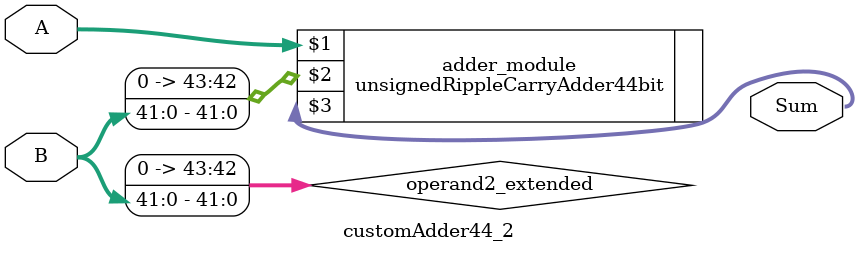
<source format=v>
module customAdder44_2(
                        input [43 : 0] A,
                        input [41 : 0] B,
                        
                        output [44 : 0] Sum
                );

        wire [43 : 0] operand2_extended;
        
        assign operand2_extended =  {2'b0, B};
        
        unsignedRippleCarryAdder44bit adder_module(
            A,
            operand2_extended,
            Sum
        );
        
        endmodule
        
</source>
